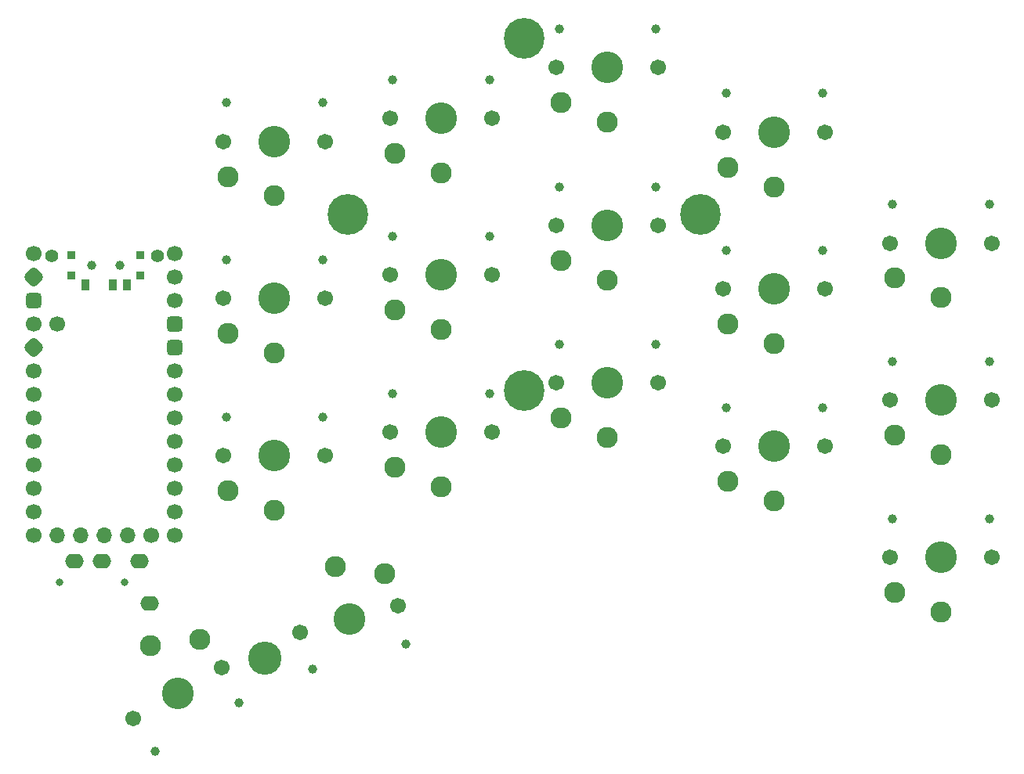
<source format=gbr>
%TF.GenerationSoftware,KiCad,Pcbnew,(6.0.8-1)-1*%
%TF.CreationDate,2023-02-27T10:47:16+02:00*%
%TF.ProjectId,sweepv2,73776565-7076-4322-9e6b-696361645f70,rev?*%
%TF.SameCoordinates,Original*%
%TF.FileFunction,Soldermask,Bot*%
%TF.FilePolarity,Negative*%
%FSLAX46Y46*%
G04 Gerber Fmt 4.6, Leading zero omitted, Abs format (unit mm)*
G04 Created by KiCad (PCBNEW (6.0.8-1)-1) date 2023-02-27 10:47:16*
%MOMM*%
%LPD*%
G01*
G04 APERTURE LIST*
G04 Aperture macros list*
%AMRoundRect*
0 Rectangle with rounded corners*
0 $1 Rounding radius*
0 $2 $3 $4 $5 $6 $7 $8 $9 X,Y pos of 4 corners*
0 Add a 4 corners polygon primitive as box body*
4,1,4,$2,$3,$4,$5,$6,$7,$8,$9,$2,$3,0*
0 Add four circle primitives for the rounded corners*
1,1,$1+$1,$2,$3*
1,1,$1+$1,$4,$5*
1,1,$1+$1,$6,$7*
1,1,$1+$1,$8,$9*
0 Add four rect primitives between the rounded corners*
20,1,$1+$1,$2,$3,$4,$5,0*
20,1,$1+$1,$4,$5,$6,$7,0*
20,1,$1+$1,$6,$7,$8,$9,0*
20,1,$1+$1,$8,$9,$2,$3,0*%
G04 Aperture macros list end*
%ADD10C,1.700000*%
%ADD11RoundRect,0.425000X0.425000X0.425000X-0.425000X0.425000X-0.425000X-0.425000X0.425000X-0.425000X0*%
%ADD12O,1.700000X1.700000*%
%ADD13RoundRect,0.425000X0.000000X-0.601041X0.601041X0.000000X0.000000X0.601041X-0.601041X0.000000X0*%
%ADD14RoundRect,0.425000X-0.425000X-0.425000X0.425000X-0.425000X0.425000X0.425000X-0.425000X0.425000X0*%
%ADD15C,0.800000*%
%ADD16O,2.000000X1.600000*%
%ADD17C,1.701800*%
%ADD18C,0.990600*%
%ADD19C,3.429000*%
%ADD20C,2.282000*%
%ADD21C,4.400000*%
%ADD22C,1.397000*%
%ADD23C,3.600000*%
%ADD24C,1.000000*%
%ADD25R,0.900000X0.900000*%
%ADD26R,0.900000X1.250000*%
G04 APERTURE END LIST*
D10*
%TO.C,U2*%
X37940000Y-50550000D03*
X37940000Y-53090000D03*
X37940000Y-55630000D03*
D11*
X37940000Y-58170000D03*
X37940000Y-60710000D03*
D10*
X37940000Y-63250000D03*
X37940000Y-65790000D03*
X37940000Y-68330000D03*
X37940000Y-70870000D03*
X37940000Y-73410000D03*
X37940000Y-75950000D03*
X37940000Y-78490000D03*
X37940000Y-81030000D03*
X35400000Y-81030000D03*
D12*
X32860000Y-81030000D03*
X30320000Y-81030000D03*
X27780000Y-81030000D03*
X25240000Y-81030000D03*
D10*
X22700000Y-81030000D03*
X22700000Y-78490000D03*
X22700000Y-75950000D03*
X22700000Y-73410000D03*
X22700000Y-70870000D03*
X22700000Y-68330000D03*
X22700000Y-65790000D03*
X22700000Y-63250000D03*
D13*
X22700000Y-60710000D03*
D10*
X22700000Y-58170000D03*
D14*
X22700000Y-55630000D03*
D13*
X22700000Y-53090000D03*
D10*
X22700000Y-50550000D03*
X25240000Y-58170000D03*
%TD*%
D15*
%TO.C,J1*%
X32476000Y-86052000D03*
X25476000Y-86052000D03*
D16*
X30076000Y-83752000D03*
X27076000Y-83752000D03*
X35176000Y-88352000D03*
X34076000Y-83752000D03*
%TD*%
D17*
%TO.C,SW17_r1*%
X43186000Y-72390000D03*
D18*
X53906000Y-68190000D03*
X43466000Y-68190000D03*
D17*
X54186000Y-72390000D03*
D19*
X48686000Y-72390000D03*
D20*
X48686000Y-78290000D03*
X43686000Y-76190000D03*
%TD*%
D18*
%TO.C,SW11_r1*%
X61480000Y-48632000D03*
D17*
X72200000Y-52832000D03*
D19*
X66700000Y-52832000D03*
D18*
X71920000Y-48632000D03*
D17*
X61200000Y-52832000D03*
D20*
X66700000Y-58732000D03*
X61700000Y-56632000D03*
%TD*%
D19*
%TO.C,SW15_r1*%
X84688000Y-64516000D03*
D18*
X79468000Y-60316000D03*
X89908000Y-60316000D03*
D17*
X90188000Y-64516000D03*
X79188000Y-64516000D03*
D20*
X84688000Y-70416000D03*
X79688000Y-68316000D03*
%TD*%
D18*
%TO.C,SW18_r1*%
X107934000Y-67174000D03*
X97494000Y-67174000D03*
D17*
X108214000Y-71374000D03*
X97214000Y-71374000D03*
D19*
X102714000Y-71374000D03*
D20*
X102714000Y-77274000D03*
X97714000Y-75174000D03*
%TD*%
D17*
%TO.C,SW6_r1*%
X54186000Y-38382000D03*
D18*
X43466000Y-34182000D03*
X53906000Y-34182000D03*
D17*
X43186000Y-38382000D03*
D19*
X48686000Y-38382000D03*
D20*
X48686000Y-44282000D03*
X43686000Y-42182000D03*
%TD*%
D17*
%TO.C,SW5_r1*%
X61200000Y-35882000D03*
D18*
X61480000Y-31682000D03*
D19*
X66700000Y-35882000D03*
D18*
X71920000Y-31682000D03*
D17*
X72200000Y-35882000D03*
D20*
X66700000Y-41782000D03*
X61700000Y-39682000D03*
%TD*%
D17*
%TO.C,SW2_r1*%
X126232000Y-49382000D03*
D18*
X115512000Y-45182000D03*
X125952000Y-45182000D03*
D17*
X115232000Y-49382000D03*
D19*
X120732000Y-49382000D03*
D20*
X120732000Y-55282000D03*
X115732000Y-53182000D03*
%TD*%
D19*
%TO.C,SW16_r1*%
X66700000Y-69850000D03*
D17*
X61200000Y-69850000D03*
X72200000Y-69850000D03*
D18*
X71920000Y-65650000D03*
X61480000Y-65650000D03*
D20*
X66700000Y-75750000D03*
X61700000Y-73650000D03*
%TD*%
D18*
%TO.C,SW4_r1*%
X89908000Y-26182000D03*
D19*
X84688000Y-30382000D03*
D17*
X90188000Y-30382000D03*
D18*
X79468000Y-26182000D03*
D17*
X79188000Y-30382000D03*
D20*
X84688000Y-36282000D03*
X79688000Y-34182000D03*
%TD*%
D18*
%TO.C,SW13_r1*%
X115512000Y-79182000D03*
D17*
X126232000Y-83382000D03*
X115232000Y-83382000D03*
D19*
X120732000Y-83382000D03*
D18*
X125952000Y-79182000D03*
D20*
X120732000Y-89282000D03*
X115732000Y-87182000D03*
%TD*%
D19*
%TO.C,SW12_r1*%
X48686000Y-55372000D03*
D17*
X54186000Y-55372000D03*
X43186000Y-55372000D03*
D18*
X53906000Y-51172000D03*
X43466000Y-51172000D03*
D20*
X48686000Y-61272000D03*
X43686000Y-59172000D03*
%TD*%
D17*
%TO.C,SW3_r1*%
X108214000Y-37382000D03*
X97214000Y-37382000D03*
D19*
X102714000Y-37382000D03*
D18*
X107934000Y-33182000D03*
X97494000Y-33182000D03*
D20*
X102714000Y-43282000D03*
X97714000Y-41182000D03*
%TD*%
D18*
%TO.C,SW8_r1*%
X107934000Y-50156000D03*
D19*
X102714000Y-54356000D03*
D18*
X97494000Y-50156000D03*
D17*
X97214000Y-54356000D03*
X108214000Y-54356000D03*
D20*
X102714000Y-60256000D03*
X97714000Y-58156000D03*
%TD*%
D19*
%TO.C,SW21_r1*%
X56778000Y-90082000D03*
D17*
X51465408Y-91505505D03*
X62090592Y-88658495D03*
D18*
X52822907Y-95489924D03*
X62907173Y-92787853D03*
D20*
X55250968Y-84383038D03*
X60624117Y-85117387D03*
%TD*%
D18*
%TO.C,SW9_r1*%
X79468000Y-43298000D03*
D17*
X79188000Y-47498000D03*
D18*
X89908000Y-43298000D03*
D19*
X84688000Y-47498000D03*
D17*
X90188000Y-47498000D03*
D20*
X84688000Y-53398000D03*
X79688000Y-51298000D03*
%TD*%
D18*
%TO.C,SW20_r1*%
X35797347Y-104329307D03*
D17*
X33454860Y-100832000D03*
D18*
X44838653Y-99109307D03*
D19*
X38218000Y-98082000D03*
D17*
X42981140Y-95332000D03*
D20*
X35268000Y-92972450D03*
X40648127Y-92291103D03*
%TD*%
D19*
%TO.C,SW7_r1*%
X120732000Y-66382000D03*
D17*
X126232000Y-66382000D03*
X115232000Y-66382000D03*
D18*
X125952000Y-62182000D03*
X115512000Y-62182000D03*
D20*
X120732000Y-72282000D03*
X115732000Y-70182000D03*
%TD*%
D21*
%TO.C,REF\u002A\u002A*%
X94742000Y-46282000D03*
X56642000Y-46282000D03*
X75692000Y-65332000D03*
X75692000Y-27232000D03*
%TD*%
D22*
%TO.C,BatGND4*%
X36068000Y-50800000D03*
%TD*%
%TO.C,B+*%
X24638000Y-50800000D03*
%TD*%
D23*
%TO.C,*%
X47625000Y-94325000D03*
%TD*%
D24*
%TO.C,POWER SW*%
X28980000Y-51816000D03*
X31980000Y-51816000D03*
D25*
X26780000Y-52916000D03*
X26780000Y-50716000D03*
X34180000Y-50716000D03*
X34180000Y-52916000D03*
D26*
X28230000Y-53891000D03*
X31230000Y-53891000D03*
X32730000Y-53891000D03*
%TD*%
M02*

</source>
